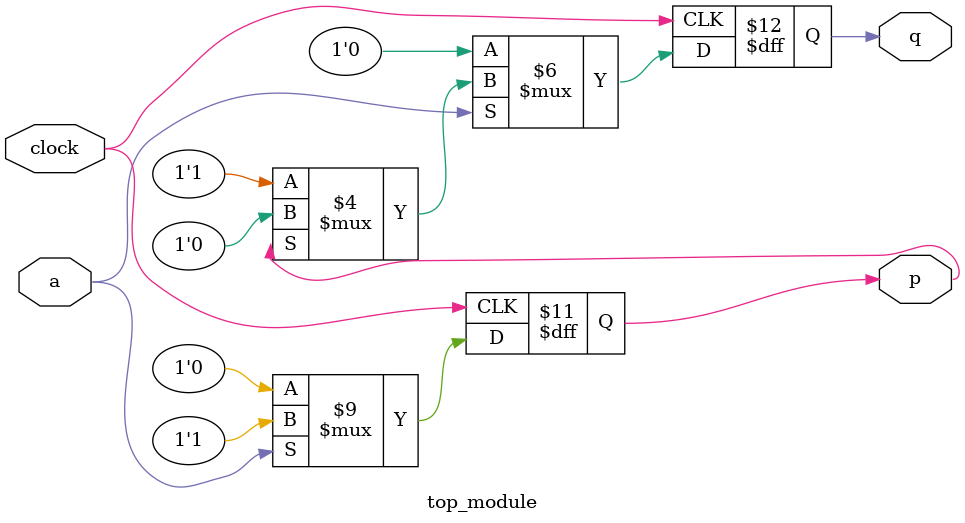
<source format=sv>
module top_module (
    input clock,
    input a, 
    output reg p,
    output reg q
);

always @(posedge clock) begin
    // Update p
    if (a) begin
        p <= 1;
    end else begin
        p <= 0;
    end

    // Update q
    if (a) begin
        if (p) begin
            q <= 0;
        end else begin
            q <= 1;
        end
    end else begin
        q <= 0;
    end
end

endmodule

</source>
